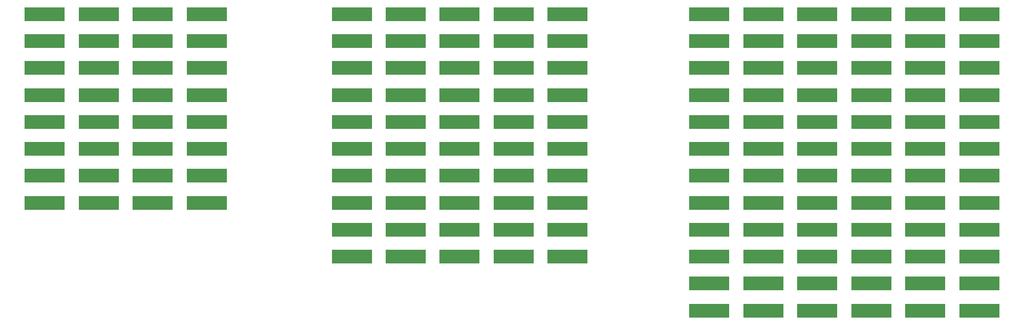
<source format=gtp>
%TF.GenerationSoftware,KiCad,Pcbnew,(6.0.2)*%
%TF.CreationDate,2023-03-09T16:35:16+09:00*%
%TF.ProjectId,pixel_array_study,70697865-6c5f-4617-9272-61795f737475,rev?*%
%TF.SameCoordinates,Original*%
%TF.FileFunction,Paste,Top*%
%TF.FilePolarity,Positive*%
%FSLAX46Y46*%
G04 Gerber Fmt 4.6, Leading zero omitted, Abs format (unit mm)*
G04 Created by KiCad (PCBNEW (6.0.2)) date 2023-03-09 16:35:16*
%MOMM*%
%LPD*%
G01*
G04 APERTURE LIST*
%ADD10R,6.000000X2.000000*%
G04 APERTURE END LIST*
D10*
%TO.C,R90*%
X195000000Y-64000000D03*
X195000000Y-68000000D03*
%TD*%
%TO.C,R89*%
X187000000Y-64000000D03*
X187000000Y-68000000D03*
%TD*%
%TO.C,R88*%
X179000000Y-64000000D03*
X179000000Y-68000000D03*
%TD*%
%TO.C,R87*%
X171000000Y-64000000D03*
X171000000Y-68000000D03*
%TD*%
%TO.C,R86*%
X163000000Y-64000000D03*
X163000000Y-68000000D03*
%TD*%
%TO.C,R85*%
X155000000Y-64000000D03*
X155000000Y-68000000D03*
%TD*%
%TO.C,R84*%
X195000000Y-56000000D03*
X195000000Y-60000000D03*
%TD*%
%TO.C,R83*%
X187000000Y-56000000D03*
X187000000Y-60000000D03*
%TD*%
%TO.C,R82*%
X179000000Y-56000000D03*
X179000000Y-60000000D03*
%TD*%
%TO.C,R81*%
X171000000Y-60000000D03*
X171000000Y-56000000D03*
%TD*%
%TO.C,R80*%
X163000000Y-56000000D03*
X163000000Y-60000000D03*
%TD*%
%TO.C,R79*%
X155000000Y-56000000D03*
X155000000Y-60000000D03*
%TD*%
%TO.C,R78*%
X195000000Y-48000000D03*
X195000000Y-52000000D03*
%TD*%
%TO.C,R77*%
X187000000Y-48000000D03*
X187000000Y-52000000D03*
%TD*%
%TO.C,R76*%
X179000000Y-48000000D03*
X179000000Y-52000000D03*
%TD*%
%TO.C,R75*%
X171000000Y-48000000D03*
X171000000Y-52000000D03*
%TD*%
%TO.C,R74*%
X163000000Y-48000000D03*
X163000000Y-52000000D03*
%TD*%
%TO.C,R73*%
X155000000Y-48000000D03*
X155000000Y-52000000D03*
%TD*%
%TO.C,R72*%
X195000000Y-40000000D03*
X195000000Y-44000000D03*
%TD*%
%TO.C,R71*%
X187000000Y-40000000D03*
X187000000Y-44000000D03*
%TD*%
%TO.C,R70*%
X179000000Y-40000000D03*
X179000000Y-44000000D03*
%TD*%
%TO.C,R69*%
X171000000Y-40000000D03*
X171000000Y-44000000D03*
%TD*%
%TO.C,R68*%
X163000000Y-40000000D03*
X163000000Y-44000000D03*
%TD*%
%TO.C,R67*%
X155000000Y-40000000D03*
X155000000Y-44000000D03*
%TD*%
%TO.C,R66*%
X195000000Y-32000000D03*
X195000000Y-36000000D03*
%TD*%
%TO.C,R65*%
X187000000Y-32000000D03*
X187000000Y-36000000D03*
%TD*%
%TO.C,R64*%
X179000000Y-32000000D03*
X179000000Y-36000000D03*
%TD*%
%TO.C,R63*%
X171000000Y-32000000D03*
X171000000Y-36000000D03*
%TD*%
%TO.C,R62*%
X163000000Y-32000000D03*
X163000000Y-36000000D03*
%TD*%
%TO.C,R61*%
X155000000Y-32000000D03*
X155000000Y-36000000D03*
%TD*%
%TO.C,R60*%
X195000000Y-24000000D03*
X195000000Y-28000000D03*
%TD*%
%TO.C,R59*%
X187000000Y-24000000D03*
X187000000Y-28000000D03*
%TD*%
%TO.C,R58*%
X179000000Y-24000000D03*
X179000000Y-28000000D03*
%TD*%
%TO.C,R57*%
X171000000Y-24000000D03*
X171000000Y-28000000D03*
%TD*%
%TO.C,R56*%
X163000000Y-24000000D03*
X163000000Y-28000000D03*
%TD*%
%TO.C,R55*%
X155000000Y-24000000D03*
X155000000Y-28000000D03*
%TD*%
%TO.C,R54*%
X134000000Y-60000000D03*
X134000000Y-56000000D03*
%TD*%
%TO.C,R53*%
X126000000Y-60000000D03*
X126000000Y-56000000D03*
%TD*%
%TO.C,R52*%
X118000000Y-60000000D03*
X118000000Y-56000000D03*
%TD*%
%TO.C,R51*%
X110000000Y-60000000D03*
X110000000Y-56000000D03*
%TD*%
%TO.C,R50*%
X102000000Y-60000000D03*
X102000000Y-56000000D03*
%TD*%
%TO.C,R49*%
X134000000Y-52000000D03*
X134000000Y-48000000D03*
%TD*%
%TO.C,R48*%
X126000000Y-52000000D03*
X126000000Y-48000000D03*
%TD*%
%TO.C,R47*%
X118000000Y-52000000D03*
X118000000Y-48000000D03*
%TD*%
%TO.C,R46*%
X110000000Y-52000000D03*
X110000000Y-48000000D03*
%TD*%
%TO.C,R45*%
X102000000Y-52000000D03*
X102000000Y-48000000D03*
%TD*%
%TO.C,R44*%
X134000000Y-44000000D03*
X134000000Y-40000000D03*
%TD*%
%TO.C,R43*%
X126000000Y-44000000D03*
X126000000Y-40000000D03*
%TD*%
%TO.C,R42*%
X118000000Y-44000000D03*
X118000000Y-40000000D03*
%TD*%
%TO.C,R41*%
X110000000Y-44000000D03*
X110000000Y-40000000D03*
%TD*%
%TO.C,R40*%
X102000000Y-44000000D03*
X102000000Y-40000000D03*
%TD*%
%TO.C,R39*%
X134000000Y-36000000D03*
X134000000Y-32000000D03*
%TD*%
%TO.C,R38*%
X126000000Y-36000000D03*
X126000000Y-32000000D03*
%TD*%
%TO.C,R37*%
X118000000Y-36000000D03*
X118000000Y-32000000D03*
%TD*%
%TO.C,R36*%
X110000000Y-36000000D03*
X110000000Y-32000000D03*
%TD*%
%TO.C,R35*%
X102000000Y-36000000D03*
X102000000Y-32000000D03*
%TD*%
%TO.C,R34*%
X134000000Y-28000000D03*
X134000000Y-24000000D03*
%TD*%
%TO.C,R33*%
X126000000Y-28000000D03*
X126000000Y-24000000D03*
%TD*%
%TO.C,R32*%
X118000000Y-28000000D03*
X118000000Y-24000000D03*
%TD*%
%TO.C,R31*%
X110000000Y-28000000D03*
X110000000Y-24000000D03*
%TD*%
%TO.C,R30*%
X102000000Y-28000000D03*
X102000000Y-24000000D03*
%TD*%
%TO.C,R29*%
X80500000Y-48000000D03*
X80500000Y-52000000D03*
%TD*%
%TO.C,R28*%
X72500000Y-48000000D03*
X72500000Y-52000000D03*
%TD*%
%TO.C,R27*%
X64500000Y-48000000D03*
X64500000Y-52000000D03*
%TD*%
%TO.C,R26*%
X56500000Y-48000000D03*
X56500000Y-52000000D03*
%TD*%
%TO.C,R25*%
X80500000Y-40000000D03*
X80500000Y-44000000D03*
%TD*%
%TO.C,R24*%
X72500000Y-40000000D03*
X72500000Y-44000000D03*
%TD*%
%TO.C,R23*%
X64500000Y-40000000D03*
X64500000Y-44000000D03*
%TD*%
%TO.C,R22*%
X56500000Y-40000000D03*
X56500000Y-44000000D03*
%TD*%
%TO.C,R21*%
X80500000Y-32000000D03*
X80500000Y-36000000D03*
%TD*%
%TO.C,R20*%
X72500000Y-32000000D03*
X72500000Y-36000000D03*
%TD*%
%TO.C,R19*%
X64500000Y-32000000D03*
X64500000Y-36000000D03*
%TD*%
%TO.C,R18*%
X56500000Y-32000000D03*
X56500000Y-36000000D03*
%TD*%
%TO.C,R17*%
X80500000Y-24000000D03*
X80500000Y-28000000D03*
%TD*%
%TO.C,R16*%
X72500000Y-24000000D03*
X72500000Y-28000000D03*
%TD*%
%TO.C,R15*%
X64500000Y-24000000D03*
X64500000Y-28000000D03*
%TD*%
%TO.C,R14*%
X56500000Y-24000000D03*
X56500000Y-28000000D03*
%TD*%
M02*

</source>
